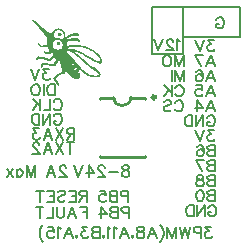
<source format=gbo>
G04 Layer: BottomSilkscreenLayer*
G04 EasyEDA v6.5.22, 2022-11-24 13:33:34*
G04 a569f08a9e4f4569b8c6db444d38c7d5,dbbd32702ee04327bcd14b3349a77860,10*
G04 Gerber Generator version 0.2*
G04 Scale: 100 percent, Rotated: No, Reflected: No *
G04 Dimensions in millimeters *
G04 leading zeros omitted , absolute positions ,4 integer and 5 decimal *
%FSLAX45Y45*%
%MOMM*%

%ADD10C,0.2032*%
%ADD11C,0.2540*%
%ADD12C,0.3000*%
%ADD13C,0.2000*%

%LPD*%
G36*
X253796Y-104952D02*
G01*
X251561Y-106121D01*
X252018Y-109423D01*
X255066Y-114604D01*
X260553Y-121310D01*
X310642Y-176530D01*
X344932Y-215442D01*
X357610Y-229463D01*
X440690Y-229463D01*
X441248Y-223469D01*
X442925Y-218592D01*
X445871Y-213614D01*
X448868Y-209905D01*
X452628Y-206146D01*
X456692Y-202844D01*
X460552Y-200355D01*
X466598Y-197764D01*
X472897Y-196291D01*
X479298Y-195834D01*
X485800Y-196443D01*
X492251Y-198120D01*
X498601Y-200812D01*
X504748Y-204520D01*
X510641Y-209245D01*
X514451Y-213360D01*
X517651Y-218084D01*
X520141Y-223266D01*
X521970Y-228752D01*
X523138Y-234442D01*
X523595Y-240131D01*
X523392Y-245719D01*
X522478Y-251104D01*
X520903Y-256133D01*
X518617Y-260604D01*
X515620Y-264464D01*
X511911Y-267563D01*
X508304Y-269494D01*
X504342Y-269951D01*
X498551Y-268833D01*
X481431Y-263753D01*
X474116Y-262280D01*
X467563Y-261670D01*
X456590Y-262178D01*
X452323Y-261721D01*
X448919Y-260400D01*
X446176Y-258165D01*
X444144Y-254914D01*
X442620Y-250444D01*
X441604Y-244805D01*
X440943Y-237794D01*
X440690Y-229463D01*
X357610Y-229463D01*
X374345Y-247751D01*
X378866Y-253238D01*
X381660Y-257505D01*
X382981Y-261010D01*
X383184Y-264363D01*
X382422Y-268020D01*
X381101Y-272592D01*
X379679Y-278638D01*
X378510Y-286105D01*
X377698Y-294132D01*
X377444Y-301650D01*
X377444Y-318566D01*
X368381Y-321106D01*
X430377Y-321106D01*
X430631Y-315163D01*
X431546Y-309270D01*
X433070Y-303530D01*
X435101Y-298043D01*
X437692Y-292912D01*
X440842Y-288391D01*
X444449Y-284530D01*
X448513Y-281482D01*
X453135Y-279247D01*
X458520Y-277672D01*
X464413Y-276707D01*
X470611Y-276402D01*
X476910Y-276758D01*
X483108Y-277774D01*
X488950Y-279400D01*
X494233Y-281686D01*
X498957Y-284734D01*
X503072Y-288594D01*
X506526Y-293116D01*
X509270Y-298348D01*
X511301Y-304088D01*
X512622Y-310388D01*
X513130Y-317195D01*
X512876Y-324358D01*
X512114Y-330403D01*
X510946Y-335838D01*
X509371Y-340715D01*
X507339Y-344982D01*
X504855Y-348792D01*
X556361Y-348792D01*
X558342Y-345440D01*
X564896Y-342341D01*
X575665Y-339648D01*
X586130Y-338124D01*
X599033Y-336753D01*
X612749Y-335737D01*
X625602Y-335127D01*
X635965Y-334975D01*
X642112Y-335483D01*
X681482Y-342392D01*
X696417Y-345795D01*
X710082Y-349707D01*
X722934Y-354330D01*
X735431Y-359816D01*
X747979Y-366217D01*
X755497Y-370484D01*
X762762Y-374904D01*
X776579Y-384200D01*
X789330Y-393954D01*
X800760Y-404012D01*
X805992Y-409041D01*
X810818Y-414121D01*
X815238Y-419150D01*
X819251Y-424180D01*
X822858Y-429107D01*
X825957Y-433933D01*
X828598Y-438708D01*
X830783Y-443331D01*
X832408Y-447751D01*
X833526Y-452069D01*
X834034Y-456184D01*
X834034Y-460044D01*
X833729Y-461009D01*
X833119Y-461721D01*
X832154Y-462178D01*
X830834Y-462432D01*
X827125Y-462127D01*
X821994Y-460806D01*
X815492Y-458520D01*
X807567Y-455269D01*
X798322Y-451002D01*
X787654Y-445770D01*
X762203Y-432308D01*
X731367Y-414985D01*
X682498Y-386638D01*
X670102Y-380136D01*
X657860Y-374294D01*
X645922Y-369163D01*
X634288Y-364794D01*
X623062Y-361137D01*
X612292Y-358292D01*
X601980Y-356209D01*
X592277Y-354939D01*
X574954Y-354279D01*
X567690Y-353771D01*
X562203Y-353060D01*
X559206Y-352196D01*
X556361Y-348792D01*
X504855Y-348792D01*
X502005Y-351942D01*
X498601Y-354584D01*
X494792Y-356768D01*
X490423Y-358394D01*
X485546Y-359562D01*
X480161Y-360273D01*
X474268Y-360476D01*
X467817Y-360222D01*
X461924Y-359410D01*
X456539Y-358038D01*
X451662Y-356108D01*
X447192Y-353517D01*
X443128Y-350367D01*
X439420Y-346506D01*
X436016Y-342036D01*
X433527Y-337464D01*
X431800Y-332333D01*
X430733Y-326847D01*
X430377Y-321106D01*
X368381Y-321106D01*
X354787Y-324764D01*
X348183Y-326136D01*
X342595Y-326694D01*
X337870Y-326491D01*
X333705Y-325424D01*
X329844Y-323443D01*
X326034Y-320548D01*
X315061Y-310540D01*
X309422Y-307187D01*
X305663Y-306933D01*
X304292Y-309880D01*
X306679Y-316382D01*
X312267Y-325577D01*
X319024Y-334314D01*
X324764Y-339547D01*
X328168Y-340461D01*
X333756Y-341071D01*
X340969Y-341274D01*
X349097Y-341223D01*
X357581Y-340868D01*
X365760Y-340207D01*
X373024Y-339293D01*
X378663Y-338175D01*
X381355Y-337921D01*
X383641Y-339090D01*
X385826Y-341934D01*
X390753Y-351434D01*
X394106Y-356514D01*
X397865Y-361442D01*
X401675Y-365658D01*
X410413Y-374396D01*
X393046Y-377596D01*
X548487Y-377596D01*
X549097Y-376021D01*
X550367Y-374396D01*
X553415Y-371297D01*
X555955Y-370128D01*
X559460Y-370890D01*
X588822Y-384352D01*
X596595Y-388620D01*
X605485Y-394055D01*
X615238Y-400507D01*
X625551Y-407720D01*
X646938Y-423824D01*
X657453Y-432358D01*
X667562Y-440893D01*
X676960Y-449326D01*
X686409Y-458266D01*
X701852Y-472389D01*
X722782Y-490372D01*
X733196Y-498906D01*
X753719Y-514705D01*
X763727Y-521919D01*
X773430Y-528574D01*
X790752Y-539851D01*
X797712Y-544677D01*
X803605Y-549148D01*
X808532Y-553313D01*
X812444Y-557174D01*
X815390Y-560781D01*
X817321Y-564134D01*
X818337Y-567182D01*
X818388Y-570077D01*
X817524Y-572719D01*
X815695Y-575208D01*
X813003Y-577494D01*
X810056Y-579018D01*
X806196Y-580136D01*
X801573Y-580898D01*
X796290Y-581304D01*
X790498Y-581355D01*
X784199Y-581050D01*
X777646Y-580390D01*
X770890Y-579424D01*
X764032Y-578154D01*
X757224Y-576529D01*
X750620Y-574598D01*
X744220Y-572414D01*
X740714Y-570687D01*
X727710Y-563067D01*
X715975Y-555599D01*
X707796Y-549503D01*
X698957Y-542137D01*
X689711Y-533704D01*
X680110Y-524256D01*
X670356Y-514045D01*
X660552Y-503174D01*
X635508Y-473049D01*
X618591Y-453847D01*
X598830Y-432612D01*
X576732Y-409854D01*
X563016Y-396087D01*
X552856Y-385368D01*
X550113Y-381965D01*
X548741Y-379476D01*
X548487Y-377596D01*
X393046Y-377596D01*
X378409Y-381304D01*
X374954Y-381050D01*
X371703Y-379018D01*
X364490Y-371856D01*
X361594Y-369417D01*
X359156Y-367741D01*
X357479Y-367131D01*
X355295Y-368909D01*
X354888Y-373329D01*
X356108Y-379069D01*
X358902Y-384810D01*
X362356Y-389636D01*
X365861Y-393192D01*
X369773Y-395579D01*
X374446Y-396900D01*
X380187Y-397154D01*
X387400Y-396443D01*
X396443Y-394766D01*
X419557Y-389483D01*
X426364Y-388467D01*
X429920Y-389128D01*
X432206Y-391464D01*
X433882Y-394004D01*
X434797Y-396443D01*
X434848Y-398881D01*
X433882Y-401675D01*
X431850Y-405028D01*
X428599Y-409143D01*
X424027Y-414324D01*
X400558Y-438962D01*
X356565Y-427329D01*
X337820Y-422656D01*
X324104Y-419658D01*
X314401Y-418287D01*
X310692Y-418185D01*
X307644Y-418388D01*
X305104Y-418896D01*
X302869Y-419760D01*
X300888Y-420878D01*
X297434Y-423672D01*
X293928Y-427532D01*
X290576Y-432003D01*
X287578Y-436727D01*
X285191Y-441350D01*
X283616Y-445516D01*
X283006Y-448767D01*
X283667Y-450850D01*
X287324Y-451561D01*
X292811Y-449427D01*
X298754Y-445262D01*
X305562Y-437997D01*
X307898Y-436524D01*
X310540Y-435559D01*
X313131Y-435203D01*
X319430Y-435965D01*
X329031Y-437896D01*
X339852Y-440588D01*
X378053Y-452272D01*
X392023Y-455726D01*
X397256Y-456641D01*
X401167Y-457047D01*
X403707Y-456895D01*
X407212Y-455117D01*
X412394Y-451358D01*
X418541Y-446176D01*
X424992Y-440182D01*
X440283Y-424942D01*
X449173Y-434797D01*
X452628Y-438912D01*
X455472Y-442823D01*
X457403Y-446125D01*
X458114Y-448309D01*
X457301Y-451002D01*
X455168Y-455523D01*
X451967Y-461264D01*
X444246Y-473303D01*
X440994Y-477570D01*
X437743Y-480568D01*
X434085Y-482346D01*
X429615Y-483108D01*
X423824Y-483006D01*
X416204Y-482193D01*
X402844Y-480263D01*
X382625Y-478180D01*
X365810Y-476910D01*
X355092Y-476402D01*
X346710Y-476453D01*
X340309Y-477266D01*
X335635Y-478993D01*
X332384Y-481838D01*
X330200Y-485952D01*
X328777Y-491540D01*
X327812Y-498805D01*
X327202Y-506222D01*
X327355Y-510844D01*
X328472Y-513486D01*
X330555Y-514858D01*
X334365Y-514807D01*
X337972Y-512013D01*
X341020Y-506831D01*
X343204Y-499821D01*
X343712Y-496366D01*
X344220Y-495198D01*
X345338Y-494284D01*
X347268Y-493725D01*
X350418Y-493522D01*
X361391Y-493928D01*
X427939Y-499719D01*
X434340Y-500075D01*
X439572Y-500024D01*
X443890Y-499465D01*
X447548Y-498348D01*
X450697Y-496519D01*
X453643Y-493928D01*
X456539Y-490423D01*
X471932Y-466598D01*
X476046Y-460756D01*
X479145Y-456793D01*
X480872Y-455371D01*
X484073Y-456692D01*
X487476Y-460146D01*
X488250Y-461365D01*
X567994Y-461365D01*
X568350Y-457860D01*
X569722Y-453999D01*
X572719Y-450494D01*
X573430Y-449072D01*
X573887Y-447293D01*
X574344Y-443382D01*
X575157Y-441248D01*
X576376Y-439267D01*
X577850Y-437692D01*
X579780Y-436372D01*
X580948Y-436676D01*
X581507Y-438861D01*
X581609Y-443230D01*
X580390Y-449732D01*
X577342Y-456133D01*
X573278Y-461009D01*
X569163Y-462889D01*
X567994Y-461365D01*
X488250Y-461365D01*
X490474Y-464870D01*
X492353Y-470001D01*
X500430Y-500227D01*
X506374Y-525272D01*
X510895Y-543052D01*
X510082Y-548386D01*
X505612Y-551891D01*
X489458Y-557428D01*
X482193Y-560476D01*
X475030Y-564134D01*
X468122Y-568198D01*
X461467Y-572668D01*
X455320Y-577291D01*
X449783Y-582117D01*
X444957Y-586943D01*
X440943Y-591718D01*
X437946Y-596290D01*
X436067Y-600608D01*
X435406Y-604520D01*
X436016Y-607517D01*
X437692Y-611733D01*
X440334Y-616813D01*
X443738Y-622604D01*
X447751Y-628853D01*
X457047Y-641858D01*
X466851Y-654050D01*
X471627Y-659282D01*
X475996Y-663651D01*
X479907Y-666902D01*
X484632Y-670102D01*
X487832Y-671626D01*
X489610Y-671525D01*
X489915Y-669696D01*
X488746Y-666089D01*
X486054Y-660704D01*
X481838Y-653491D01*
X461721Y-621487D01*
X458825Y-616407D01*
X456793Y-612241D01*
X455676Y-608838D01*
X455269Y-605942D01*
X455676Y-603504D01*
X456742Y-601218D01*
X458520Y-598932D01*
X463804Y-593598D01*
X468426Y-589483D01*
X473862Y-585470D01*
X480009Y-581609D01*
X486765Y-577900D01*
X493979Y-574497D01*
X501548Y-571347D01*
X509371Y-568553D01*
X526186Y-563524D01*
X530809Y-560628D01*
X532130Y-556564D01*
X531012Y-550265D01*
X523240Y-519582D01*
X520852Y-509219D01*
X519531Y-502259D01*
X519277Y-498805D01*
X519531Y-498398D01*
X520039Y-498906D01*
X522069Y-503021D01*
X581202Y-503021D01*
X591413Y-491947D01*
X595477Y-487121D01*
X599084Y-482244D01*
X601827Y-477774D01*
X604824Y-470103D01*
X606653Y-468223D01*
X608533Y-468833D01*
X610362Y-471982D01*
X610260Y-476910D01*
X608076Y-483819D01*
X604570Y-490728D01*
X600557Y-495655D01*
X598627Y-496925D01*
X592582Y-499618D01*
X581202Y-503021D01*
X522069Y-503021D01*
X528929Y-519734D01*
X530809Y-523544D01*
X533704Y-528015D01*
X538646Y-536803D01*
X605891Y-536803D01*
X608076Y-533806D01*
X612952Y-528675D01*
X617118Y-523748D01*
X621080Y-517956D01*
X624484Y-511809D01*
X630123Y-498093D01*
X632510Y-495300D01*
X634034Y-497585D01*
X634542Y-505053D01*
X633933Y-510946D01*
X632206Y-516839D01*
X629513Y-522478D01*
X626059Y-527608D01*
X622046Y-532028D01*
X617677Y-535482D01*
X613105Y-537768D01*
X608482Y-538530D01*
X606094Y-538226D01*
X605891Y-536803D01*
X538646Y-536803D01*
X542391Y-543610D01*
X544169Y-546303D01*
X547928Y-551129D01*
X548589Y-552500D01*
X548843Y-553567D01*
X550113Y-555599D01*
X553466Y-559714D01*
X564591Y-571652D01*
X575716Y-582168D01*
X581253Y-586841D01*
X586740Y-591108D01*
X592226Y-595020D01*
X602894Y-601573D01*
X608126Y-604215D01*
X613156Y-606450D01*
X618134Y-608228D01*
X622858Y-609600D01*
X627481Y-610514D01*
X631850Y-610971D01*
X636016Y-611022D01*
X639978Y-610565D01*
X643636Y-609650D01*
X647039Y-608279D01*
X650138Y-606399D01*
X652932Y-604062D01*
X655421Y-601218D01*
X657402Y-597916D01*
X659079Y-593801D01*
X660400Y-589076D01*
X661365Y-583895D01*
X661924Y-578459D01*
X662127Y-572871D01*
X661822Y-567334D01*
X661111Y-562051D01*
X659333Y-552450D01*
X651713Y-561898D01*
X647954Y-566115D01*
X644398Y-569061D01*
X640994Y-570788D01*
X637590Y-571296D01*
X631037Y-571296D01*
X640181Y-561848D01*
X646836Y-554075D01*
X651357Y-546455D01*
X653897Y-538581D01*
X654710Y-530098D01*
X654710Y-521919D01*
X678789Y-545490D01*
X689965Y-555396D01*
X701040Y-564134D01*
X712165Y-571754D01*
X723341Y-578256D01*
X728980Y-581101D01*
X740410Y-585978D01*
X746252Y-588060D01*
X752144Y-589889D01*
X758139Y-591464D01*
X770382Y-593902D01*
X783082Y-595426D01*
X803656Y-596341D01*
X812292Y-595934D01*
X818134Y-594309D01*
X823569Y-591058D01*
X827887Y-587705D01*
X831189Y-584149D01*
X833526Y-580390D01*
X834898Y-576376D01*
X835304Y-572008D01*
X834745Y-567385D01*
X833221Y-562305D01*
X830783Y-556869D01*
X828751Y-553212D01*
X826414Y-549859D01*
X823569Y-546557D01*
X819912Y-543052D01*
X815187Y-539140D01*
X801522Y-529285D01*
X776528Y-512064D01*
X756869Y-497738D01*
X737717Y-482752D01*
X718058Y-466293D01*
X686206Y-438099D01*
X674776Y-428243D01*
X649122Y-407466D01*
X636320Y-397560D01*
X614222Y-381406D01*
X606298Y-376275D01*
X599795Y-372618D01*
X598068Y-371246D01*
X598220Y-370484D01*
X599998Y-370332D01*
X603351Y-370840D01*
X614121Y-373634D01*
X626567Y-377850D01*
X638810Y-382778D01*
X652272Y-388772D01*
X666038Y-395376D01*
X679246Y-402183D01*
X690981Y-408736D01*
X715416Y-423824D01*
X741934Y-439420D01*
X767283Y-453542D01*
X789686Y-465124D01*
X799185Y-469696D01*
X810717Y-474624D01*
X817778Y-477012D01*
X824077Y-478485D01*
X829665Y-478942D01*
X834542Y-478485D01*
X838758Y-477062D01*
X842416Y-474624D01*
X845464Y-471170D01*
X848055Y-466750D01*
X850087Y-461975D01*
X850696Y-457809D01*
X849934Y-452932D01*
X847801Y-445871D01*
X844448Y-437286D01*
X840079Y-428701D01*
X834694Y-420065D01*
X828192Y-411327D01*
X820623Y-402437D01*
X811936Y-393344D01*
X804418Y-386232D01*
X796645Y-379628D01*
X788568Y-373380D01*
X780135Y-367538D01*
X771245Y-362000D01*
X761746Y-356819D01*
X751636Y-351840D01*
X740816Y-347065D01*
X729234Y-342442D01*
X716737Y-337972D01*
X703275Y-333603D01*
X688746Y-329234D01*
X679704Y-327050D01*
X669137Y-325272D01*
X657453Y-323951D01*
X644855Y-323037D01*
X631748Y-322580D01*
X618337Y-322529D01*
X604926Y-322986D01*
X591870Y-323850D01*
X579374Y-325170D01*
X557326Y-328523D01*
X553872Y-328777D01*
X552297Y-328523D01*
X551992Y-326796D01*
X552297Y-317398D01*
X553567Y-304647D01*
X554482Y-299923D01*
X555904Y-296316D01*
X558241Y-293573D01*
X561695Y-291541D01*
X566674Y-289814D01*
X573532Y-288188D01*
X587654Y-285394D01*
X592124Y-284784D01*
X596544Y-284530D01*
X601421Y-284734D01*
X607314Y-285394D01*
X647039Y-292455D01*
X653999Y-293166D01*
X658368Y-292811D01*
X661212Y-291338D01*
X664311Y-286867D01*
X663752Y-281838D01*
X659638Y-276606D01*
X652221Y-271424D01*
X648614Y-269494D01*
X645261Y-268020D01*
X641858Y-266903D01*
X638048Y-266141D01*
X633476Y-265633D01*
X620725Y-265176D01*
X601726Y-265379D01*
X592480Y-265938D01*
X584047Y-266852D01*
X576478Y-268173D01*
X569772Y-269849D01*
X563829Y-271932D01*
X558698Y-274421D01*
X552704Y-278231D01*
X551281Y-278384D01*
X550011Y-277774D01*
X548843Y-276352D01*
X548335Y-274370D01*
X549046Y-272034D01*
X550875Y-269443D01*
X553720Y-266649D01*
X557580Y-263652D01*
X562254Y-260553D01*
X567791Y-257454D01*
X574040Y-254355D01*
X578205Y-252577D01*
X582320Y-251104D01*
X586536Y-249885D01*
X591261Y-248920D01*
X602843Y-247396D01*
X635101Y-245262D01*
X645109Y-244043D01*
X650748Y-242366D01*
X653694Y-239979D01*
X655624Y-235153D01*
X654405Y-230733D01*
X649986Y-226923D01*
X642620Y-223875D01*
X638149Y-222758D01*
X633476Y-221996D01*
X628599Y-221538D01*
X623468Y-221437D01*
X618236Y-221640D01*
X612800Y-222148D01*
X601675Y-224129D01*
X596036Y-225552D01*
X590346Y-227279D01*
X584657Y-229311D01*
X579018Y-231597D01*
X573379Y-234188D01*
X562457Y-240080D01*
X549402Y-248361D01*
X543306Y-251663D01*
X539292Y-253238D01*
X537565Y-252882D01*
X536549Y-246329D01*
X534568Y-228650D01*
X533552Y-223113D01*
X532231Y-218033D01*
X530555Y-213461D01*
X528574Y-209346D01*
X526288Y-205638D01*
X523595Y-202285D01*
X520547Y-199339D01*
X515823Y-195529D01*
X510946Y-192227D01*
X506069Y-189331D01*
X501091Y-186944D01*
X496112Y-185013D01*
X491134Y-183540D01*
X486105Y-182524D01*
X481126Y-181965D01*
X476199Y-181864D01*
X471271Y-182168D01*
X466445Y-182981D01*
X461721Y-184251D01*
X457098Y-185928D01*
X452577Y-188061D01*
X448157Y-190652D01*
X443941Y-193700D01*
X439877Y-197154D01*
X436016Y-201066D01*
X432308Y-205435D01*
X425145Y-215341D01*
X421589Y-219557D01*
X418541Y-222351D01*
X416509Y-223418D01*
X413715Y-222707D01*
X409346Y-220776D01*
X403758Y-217881D01*
X390601Y-210007D01*
X383844Y-205536D01*
X377545Y-201066D01*
X372059Y-196850D01*
X348894Y-177647D01*
X304952Y-140106D01*
X299262Y-134874D01*
X292252Y-129590D01*
X277114Y-119126D01*
X261620Y-109118D01*
X256387Y-106070D01*
G37*
G36*
X484987Y-216204D02*
G01*
X480720Y-217271D01*
X476300Y-219760D01*
X472389Y-224231D01*
X470865Y-229920D01*
X471627Y-235966D01*
X474878Y-241503D01*
X481228Y-245414D01*
X489204Y-246329D01*
X496874Y-244398D01*
X502513Y-239725D01*
X504799Y-233629D01*
X504190Y-227533D01*
X500938Y-222199D01*
X495300Y-218490D01*
X489661Y-216611D01*
G37*
G36*
X480720Y-295046D02*
G01*
X474218Y-295656D01*
X468528Y-297332D01*
X465175Y-299720D01*
X463499Y-304596D01*
X463346Y-310438D01*
X464616Y-316128D01*
X467207Y-320446D01*
X473456Y-323697D01*
X480974Y-323951D01*
X488035Y-321360D01*
X492759Y-316280D01*
X494385Y-309930D01*
X493674Y-303682D01*
X490982Y-298551D01*
X486613Y-295706D01*
G37*
D10*
X1507144Y-289565D02*
G01*
X1498053Y-285021D01*
X1484416Y-271383D01*
X1484416Y-366839D01*
X1449872Y-294111D02*
G01*
X1449872Y-289565D01*
X1445326Y-280474D01*
X1440781Y-275930D01*
X1431688Y-271383D01*
X1413507Y-271383D01*
X1404416Y-275930D01*
X1399872Y-280474D01*
X1395326Y-289565D01*
X1395326Y-298655D01*
X1399872Y-307746D01*
X1408963Y-321383D01*
X1454416Y-366839D01*
X1390782Y-366839D01*
X1360782Y-271383D02*
G01*
X1324416Y-366839D01*
X1288054Y-271383D02*
G01*
X1324416Y-366839D01*
X1811246Y-108971D02*
G01*
X1815790Y-99880D01*
X1824880Y-90789D01*
X1833973Y-86243D01*
X1852155Y-86243D01*
X1861245Y-90789D01*
X1870336Y-99880D01*
X1874880Y-108971D01*
X1879427Y-122605D01*
X1879427Y-145333D01*
X1874880Y-158970D01*
X1870336Y-168061D01*
X1861245Y-177152D01*
X1852155Y-181698D01*
X1833973Y-181698D01*
X1824880Y-177152D01*
X1815790Y-168061D01*
X1811246Y-158970D01*
X1811246Y-145333D01*
X1833973Y-145333D02*
G01*
X1811246Y-145333D01*
X1794304Y-280085D02*
G01*
X1744304Y-280085D01*
X1771576Y-316448D01*
X1757941Y-316448D01*
X1748848Y-320995D01*
X1744304Y-325541D01*
X1739757Y-339176D01*
X1739757Y-348267D01*
X1744304Y-361904D01*
X1753395Y-370994D01*
X1767032Y-375541D01*
X1780667Y-375541D01*
X1794304Y-370994D01*
X1798848Y-366448D01*
X1803394Y-357357D01*
X1709757Y-280085D02*
G01*
X1673395Y-375541D01*
X1637032Y-280085D02*
G01*
X1673395Y-375541D01*
X1767037Y-407090D02*
G01*
X1803400Y-502546D01*
X1767037Y-407090D02*
G01*
X1730672Y-502546D01*
X1789762Y-470728D02*
G01*
X1744309Y-470728D01*
X1637037Y-407090D02*
G01*
X1682490Y-502546D01*
X1700672Y-407090D02*
G01*
X1637037Y-407090D01*
X1537037Y-407090D02*
G01*
X1537037Y-502546D01*
X1537037Y-407090D02*
G01*
X1500672Y-502546D01*
X1464310Y-407090D02*
G01*
X1500672Y-502546D01*
X1464310Y-407090D02*
G01*
X1464310Y-502546D01*
X1407038Y-407090D02*
G01*
X1416128Y-411637D01*
X1425219Y-420728D01*
X1429763Y-429818D01*
X1434310Y-443453D01*
X1434310Y-466181D01*
X1429763Y-479818D01*
X1425219Y-488909D01*
X1416128Y-498000D01*
X1407038Y-502546D01*
X1388854Y-502546D01*
X1379763Y-498000D01*
X1370672Y-488909D01*
X1366128Y-479818D01*
X1361582Y-466181D01*
X1361582Y-443453D01*
X1366128Y-429818D01*
X1370672Y-420728D01*
X1379763Y-411637D01*
X1388854Y-407090D01*
X1407038Y-407090D01*
X1767037Y-534090D02*
G01*
X1803400Y-629546D01*
X1767037Y-534090D02*
G01*
X1730672Y-629546D01*
X1789762Y-597728D02*
G01*
X1744309Y-597728D01*
X1646128Y-547728D02*
G01*
X1650672Y-538637D01*
X1664309Y-534090D01*
X1673400Y-534090D01*
X1687037Y-538637D01*
X1696128Y-552272D01*
X1700672Y-575000D01*
X1700672Y-597728D01*
X1696128Y-615909D01*
X1687037Y-625000D01*
X1673400Y-629546D01*
X1668853Y-629546D01*
X1655218Y-625000D01*
X1646128Y-615909D01*
X1641581Y-602272D01*
X1641581Y-597728D01*
X1646128Y-584090D01*
X1655218Y-575000D01*
X1668853Y-570453D01*
X1673400Y-570453D01*
X1687037Y-575000D01*
X1696128Y-584090D01*
X1700672Y-597728D01*
X1541581Y-534090D02*
G01*
X1541581Y-629546D01*
X1541581Y-534090D02*
G01*
X1505219Y-629546D01*
X1468854Y-534090D02*
G01*
X1505219Y-629546D01*
X1468854Y-534090D02*
G01*
X1468854Y-629546D01*
X1438854Y-534090D02*
G01*
X1438854Y-629546D01*
X1767037Y-661090D02*
G01*
X1803400Y-756546D01*
X1767037Y-661090D02*
G01*
X1730672Y-756546D01*
X1789762Y-724728D02*
G01*
X1744309Y-724728D01*
X1646128Y-661090D02*
G01*
X1691581Y-661090D01*
X1696128Y-702000D01*
X1691581Y-697453D01*
X1677946Y-692909D01*
X1664309Y-692909D01*
X1650672Y-697453D01*
X1641581Y-706546D01*
X1637037Y-720181D01*
X1637037Y-729272D01*
X1641581Y-742909D01*
X1650672Y-752000D01*
X1664309Y-756546D01*
X1677946Y-756546D01*
X1691581Y-752000D01*
X1696128Y-747453D01*
X1700672Y-738362D01*
X1468854Y-683818D02*
G01*
X1473400Y-674728D01*
X1482491Y-665637D01*
X1491581Y-661090D01*
X1509763Y-661090D01*
X1518853Y-665637D01*
X1527947Y-674728D01*
X1532491Y-683818D01*
X1537037Y-697453D01*
X1537037Y-720181D01*
X1532491Y-733818D01*
X1527947Y-742909D01*
X1518853Y-752000D01*
X1509763Y-756546D01*
X1491581Y-756546D01*
X1482491Y-752000D01*
X1473400Y-742909D01*
X1468854Y-733818D01*
X1438854Y-661090D02*
G01*
X1438854Y-756546D01*
X1375219Y-661090D02*
G01*
X1438854Y-724728D01*
X1416128Y-702000D02*
G01*
X1375219Y-756546D01*
X1767037Y-788090D02*
G01*
X1803400Y-883546D01*
X1767037Y-788090D02*
G01*
X1730672Y-883546D01*
X1789762Y-851728D02*
G01*
X1744309Y-851728D01*
X1655218Y-788090D02*
G01*
X1700672Y-851728D01*
X1632491Y-851728D01*
X1655218Y-788090D02*
G01*
X1655218Y-883546D01*
X1464310Y-810818D02*
G01*
X1468854Y-801728D01*
X1477947Y-792637D01*
X1487037Y-788090D01*
X1505219Y-788090D01*
X1514309Y-792637D01*
X1523400Y-801728D01*
X1527947Y-810818D01*
X1532491Y-824453D01*
X1532491Y-847181D01*
X1527947Y-860818D01*
X1523400Y-869909D01*
X1514309Y-879000D01*
X1505219Y-883546D01*
X1487037Y-883546D01*
X1477947Y-879000D01*
X1468854Y-869909D01*
X1464310Y-860818D01*
X1370672Y-801728D02*
G01*
X1379763Y-792637D01*
X1393400Y-788090D01*
X1411582Y-788090D01*
X1425219Y-792637D01*
X1434310Y-801728D01*
X1434310Y-810818D01*
X1429763Y-819909D01*
X1425219Y-824453D01*
X1416128Y-829000D01*
X1388854Y-838090D01*
X1379763Y-842637D01*
X1375219Y-847181D01*
X1370672Y-856272D01*
X1370672Y-869909D01*
X1379763Y-879000D01*
X1393400Y-883546D01*
X1411582Y-883546D01*
X1425219Y-879000D01*
X1434310Y-869909D01*
X1735218Y-937813D02*
G01*
X1739762Y-928723D01*
X1748853Y-919632D01*
X1757946Y-915085D01*
X1776128Y-915085D01*
X1785218Y-919632D01*
X1794309Y-928723D01*
X1798853Y-937813D01*
X1803400Y-951448D01*
X1803400Y-974176D01*
X1798853Y-987813D01*
X1794309Y-996904D01*
X1785218Y-1005994D01*
X1776128Y-1010541D01*
X1757946Y-1010541D01*
X1748853Y-1005994D01*
X1739762Y-996904D01*
X1735218Y-987813D01*
X1735218Y-974176D01*
X1757946Y-974176D02*
G01*
X1735218Y-974176D01*
X1705218Y-915085D02*
G01*
X1705218Y-1010541D01*
X1705218Y-915085D02*
G01*
X1641581Y-1010541D01*
X1641581Y-915085D02*
G01*
X1641581Y-1010541D01*
X1611581Y-915085D02*
G01*
X1611581Y-1010541D01*
X1611581Y-915085D02*
G01*
X1579763Y-915085D01*
X1566128Y-919632D01*
X1557035Y-928723D01*
X1552491Y-937813D01*
X1547944Y-951448D01*
X1547944Y-974176D01*
X1552491Y-987813D01*
X1557035Y-996904D01*
X1566128Y-1005994D01*
X1579763Y-1010541D01*
X1611581Y-1010541D01*
X1747918Y-1699808D02*
G01*
X1752462Y-1690717D01*
X1761553Y-1681627D01*
X1770646Y-1677080D01*
X1788828Y-1677080D01*
X1797918Y-1681627D01*
X1807009Y-1690717D01*
X1811553Y-1699808D01*
X1816100Y-1713443D01*
X1816100Y-1736171D01*
X1811553Y-1749808D01*
X1807009Y-1758899D01*
X1797918Y-1767989D01*
X1788828Y-1772536D01*
X1770646Y-1772536D01*
X1761553Y-1767989D01*
X1752462Y-1758899D01*
X1747918Y-1749808D01*
X1747918Y-1736171D01*
X1770646Y-1736171D02*
G01*
X1747918Y-1736171D01*
X1717918Y-1677080D02*
G01*
X1717918Y-1772536D01*
X1717918Y-1677080D02*
G01*
X1654281Y-1772536D01*
X1654281Y-1677080D02*
G01*
X1654281Y-1772536D01*
X1624281Y-1677080D02*
G01*
X1624281Y-1772536D01*
X1624281Y-1677080D02*
G01*
X1592463Y-1677080D01*
X1578828Y-1681627D01*
X1569735Y-1690717D01*
X1565191Y-1699808D01*
X1560644Y-1713443D01*
X1560644Y-1736171D01*
X1565191Y-1749808D01*
X1569735Y-1758899D01*
X1578828Y-1767989D01*
X1592463Y-1772536D01*
X1624281Y-1772536D01*
X1803400Y-1550090D02*
G01*
X1803400Y-1645546D01*
X1803400Y-1550090D02*
G01*
X1762490Y-1550090D01*
X1748853Y-1554637D01*
X1744309Y-1559181D01*
X1739762Y-1568272D01*
X1739762Y-1577362D01*
X1744309Y-1586453D01*
X1748853Y-1591000D01*
X1762490Y-1595546D01*
X1803400Y-1595546D02*
G01*
X1762490Y-1595546D01*
X1748853Y-1600090D01*
X1744309Y-1604637D01*
X1739762Y-1613728D01*
X1739762Y-1627362D01*
X1744309Y-1636453D01*
X1748853Y-1641000D01*
X1762490Y-1645546D01*
X1803400Y-1645546D01*
X1682490Y-1550090D02*
G01*
X1696128Y-1554637D01*
X1705218Y-1568272D01*
X1709762Y-1591000D01*
X1709762Y-1604637D01*
X1705218Y-1627362D01*
X1696128Y-1641000D01*
X1682490Y-1645546D01*
X1673400Y-1645546D01*
X1659762Y-1641000D01*
X1650672Y-1627362D01*
X1646128Y-1604637D01*
X1646128Y-1591000D01*
X1650672Y-1568272D01*
X1659762Y-1554637D01*
X1673400Y-1550090D01*
X1682490Y-1550090D01*
X1803400Y-1423090D02*
G01*
X1803400Y-1518546D01*
X1803400Y-1423090D02*
G01*
X1762490Y-1423090D01*
X1748853Y-1427637D01*
X1744309Y-1432181D01*
X1739762Y-1441272D01*
X1739762Y-1450362D01*
X1744309Y-1459453D01*
X1748853Y-1464000D01*
X1762490Y-1468546D01*
X1803400Y-1468546D02*
G01*
X1762490Y-1468546D01*
X1748853Y-1473090D01*
X1744309Y-1477637D01*
X1739762Y-1486728D01*
X1739762Y-1500362D01*
X1744309Y-1509453D01*
X1748853Y-1514000D01*
X1762490Y-1518546D01*
X1803400Y-1518546D01*
X1687037Y-1423090D02*
G01*
X1700672Y-1427637D01*
X1705218Y-1436728D01*
X1705218Y-1445818D01*
X1700672Y-1454909D01*
X1691581Y-1459453D01*
X1673400Y-1464000D01*
X1659762Y-1468546D01*
X1650672Y-1477637D01*
X1646128Y-1486728D01*
X1646128Y-1500362D01*
X1650672Y-1509453D01*
X1655218Y-1514000D01*
X1668853Y-1518546D01*
X1687037Y-1518546D01*
X1700672Y-1514000D01*
X1705218Y-1509453D01*
X1709762Y-1500362D01*
X1709762Y-1486728D01*
X1705218Y-1477637D01*
X1696128Y-1468546D01*
X1682490Y-1464000D01*
X1664309Y-1459453D01*
X1655218Y-1454909D01*
X1650672Y-1445818D01*
X1650672Y-1436728D01*
X1655218Y-1427637D01*
X1668853Y-1423090D01*
X1687037Y-1423090D01*
X1803400Y-1296090D02*
G01*
X1803400Y-1391546D01*
X1803400Y-1296090D02*
G01*
X1762490Y-1296090D01*
X1748853Y-1300637D01*
X1744309Y-1305181D01*
X1739762Y-1314272D01*
X1739762Y-1323362D01*
X1744309Y-1332453D01*
X1748853Y-1337000D01*
X1762490Y-1341546D01*
X1803400Y-1341546D02*
G01*
X1762490Y-1341546D01*
X1748853Y-1346090D01*
X1744309Y-1350637D01*
X1739762Y-1359728D01*
X1739762Y-1373362D01*
X1744309Y-1382453D01*
X1748853Y-1387000D01*
X1762490Y-1391546D01*
X1803400Y-1391546D01*
X1646128Y-1296090D02*
G01*
X1691581Y-1391546D01*
X1709762Y-1296090D02*
G01*
X1646128Y-1296090D01*
X1803400Y-1169090D02*
G01*
X1803400Y-1264546D01*
X1803400Y-1169090D02*
G01*
X1762490Y-1169090D01*
X1748853Y-1173637D01*
X1744309Y-1178181D01*
X1739762Y-1187272D01*
X1739762Y-1196362D01*
X1744309Y-1205453D01*
X1748853Y-1210000D01*
X1762490Y-1214546D01*
X1803400Y-1214546D02*
G01*
X1762490Y-1214546D01*
X1748853Y-1219090D01*
X1744309Y-1223637D01*
X1739762Y-1232728D01*
X1739762Y-1246362D01*
X1744309Y-1255453D01*
X1748853Y-1260000D01*
X1762490Y-1264546D01*
X1803400Y-1264546D01*
X1655218Y-1182728D02*
G01*
X1659762Y-1173637D01*
X1673400Y-1169090D01*
X1682490Y-1169090D01*
X1696128Y-1173637D01*
X1705218Y-1187272D01*
X1709762Y-1210000D01*
X1709762Y-1232728D01*
X1705218Y-1250909D01*
X1696128Y-1260000D01*
X1682490Y-1264546D01*
X1677946Y-1264546D01*
X1664309Y-1260000D01*
X1655218Y-1250909D01*
X1650672Y-1237272D01*
X1650672Y-1232728D01*
X1655218Y-1219090D01*
X1664309Y-1210000D01*
X1677946Y-1205453D01*
X1682490Y-1205453D01*
X1696128Y-1210000D01*
X1705218Y-1219090D01*
X1709762Y-1232728D01*
X1794289Y-1042080D02*
G01*
X1744289Y-1042080D01*
X1771561Y-1078443D01*
X1757926Y-1078443D01*
X1748833Y-1082989D01*
X1744289Y-1087536D01*
X1739742Y-1101171D01*
X1739742Y-1110261D01*
X1744289Y-1123899D01*
X1753379Y-1132989D01*
X1767017Y-1137536D01*
X1780651Y-1137536D01*
X1794289Y-1132989D01*
X1798833Y-1128443D01*
X1803379Y-1119352D01*
X1709742Y-1042080D02*
G01*
X1673379Y-1137536D01*
X1637017Y-1042080D02*
G01*
X1673379Y-1137536D01*
X579559Y-1146484D02*
G01*
X579559Y-1241940D01*
X611378Y-1146484D02*
G01*
X547740Y-1146484D01*
X517740Y-1146484D02*
G01*
X454106Y-1241940D01*
X454106Y-1146484D02*
G01*
X517740Y-1241940D01*
X387741Y-1146484D02*
G01*
X424106Y-1241940D01*
X387741Y-1146484D02*
G01*
X351378Y-1241940D01*
X410469Y-1210122D02*
G01*
X365015Y-1210122D01*
X316831Y-1169212D02*
G01*
X316831Y-1164666D01*
X312287Y-1155575D01*
X307741Y-1151031D01*
X298650Y-1146484D01*
X280469Y-1146484D01*
X271378Y-1151031D01*
X266832Y-1155575D01*
X262288Y-1164666D01*
X262288Y-1173756D01*
X266832Y-1182847D01*
X275925Y-1196484D01*
X321378Y-1241940D01*
X257741Y-1241940D01*
X612139Y-1027104D02*
G01*
X612139Y-1122560D01*
X612139Y-1027104D02*
G01*
X571230Y-1027104D01*
X557593Y-1031651D01*
X553049Y-1036195D01*
X548502Y-1045286D01*
X548502Y-1054376D01*
X553049Y-1063467D01*
X557593Y-1068014D01*
X571230Y-1072560D01*
X612139Y-1072560D01*
X580321Y-1072560D02*
G01*
X548502Y-1122560D01*
X518502Y-1027104D02*
G01*
X454868Y-1122560D01*
X454868Y-1027104D02*
G01*
X518502Y-1122560D01*
X388503Y-1027104D02*
G01*
X424868Y-1122560D01*
X388503Y-1027104D02*
G01*
X352140Y-1122560D01*
X411231Y-1090742D02*
G01*
X365777Y-1090742D01*
X313049Y-1027104D02*
G01*
X263050Y-1027104D01*
X290321Y-1063467D01*
X276687Y-1063467D01*
X267594Y-1068014D01*
X263050Y-1072560D01*
X258503Y-1086195D01*
X258503Y-1095286D01*
X263050Y-1108923D01*
X272140Y-1118014D01*
X285777Y-1122560D01*
X299412Y-1122560D01*
X313049Y-1118014D01*
X317593Y-1113467D01*
X322140Y-1104376D01*
X438203Y-925591D02*
G01*
X442747Y-916500D01*
X451838Y-907409D01*
X460931Y-902863D01*
X479112Y-902863D01*
X488203Y-907409D01*
X497293Y-916500D01*
X501837Y-925591D01*
X506384Y-939225D01*
X506384Y-961953D01*
X501837Y-975591D01*
X497293Y-984681D01*
X488203Y-993772D01*
X479112Y-998319D01*
X460931Y-998319D01*
X451838Y-993772D01*
X442747Y-984681D01*
X438203Y-975591D01*
X438203Y-961953D01*
X460931Y-961953D02*
G01*
X438203Y-961953D01*
X408203Y-902863D02*
G01*
X408203Y-998319D01*
X408203Y-902863D02*
G01*
X344566Y-998319D01*
X344566Y-902863D02*
G01*
X344566Y-998319D01*
X314566Y-902863D02*
G01*
X314566Y-998319D01*
X314566Y-902863D02*
G01*
X282747Y-902863D01*
X269112Y-907409D01*
X260019Y-916500D01*
X255475Y-925591D01*
X250929Y-939225D01*
X250929Y-961953D01*
X255475Y-975591D01*
X260019Y-984681D01*
X269112Y-993772D01*
X282747Y-998319D01*
X314566Y-998319D01*
X437202Y-801496D02*
G01*
X441746Y-792406D01*
X450837Y-783315D01*
X459930Y-778769D01*
X478111Y-778769D01*
X487202Y-783315D01*
X496293Y-792406D01*
X500837Y-801496D01*
X505383Y-815131D01*
X505383Y-837859D01*
X500837Y-851496D01*
X496293Y-860587D01*
X487202Y-869678D01*
X478111Y-874224D01*
X459930Y-874224D01*
X450837Y-869678D01*
X441746Y-860587D01*
X437202Y-851496D01*
X407202Y-778769D02*
G01*
X407202Y-874224D01*
X407202Y-874224D02*
G01*
X352656Y-874224D01*
X322656Y-778769D02*
G01*
X322656Y-874224D01*
X259019Y-778769D02*
G01*
X322656Y-842406D01*
X299928Y-819678D02*
G01*
X259019Y-874224D01*
X445338Y-652673D02*
G01*
X445338Y-748129D01*
X445338Y-652673D02*
G01*
X413519Y-652673D01*
X399884Y-657219D01*
X390791Y-666310D01*
X386247Y-675401D01*
X381701Y-689035D01*
X381701Y-711763D01*
X386247Y-725401D01*
X390791Y-734491D01*
X399884Y-743582D01*
X413519Y-748129D01*
X445338Y-748129D01*
X351701Y-652673D02*
G01*
X351701Y-748129D01*
X294429Y-652673D02*
G01*
X303519Y-657219D01*
X312610Y-666310D01*
X317157Y-675401D01*
X321701Y-689035D01*
X321701Y-711763D01*
X317157Y-725401D01*
X312610Y-734491D01*
X303519Y-743582D01*
X294429Y-748129D01*
X276247Y-748129D01*
X267157Y-743582D01*
X258066Y-734491D01*
X253519Y-725401D01*
X248973Y-711763D01*
X248973Y-689035D01*
X253519Y-675401D01*
X258066Y-666310D01*
X267157Y-657219D01*
X276247Y-652673D01*
X294429Y-652673D01*
X399219Y-522574D02*
G01*
X349219Y-522574D01*
X376491Y-558937D01*
X362856Y-558937D01*
X353763Y-563483D01*
X349219Y-568030D01*
X344672Y-581665D01*
X344672Y-590755D01*
X349219Y-604393D01*
X358310Y-613483D01*
X371947Y-618030D01*
X385582Y-618030D01*
X399219Y-613483D01*
X403763Y-608937D01*
X408310Y-599846D01*
X314672Y-522574D02*
G01*
X278310Y-618030D01*
X241947Y-522574D02*
G01*
X278310Y-618030D01*
X1772262Y-1861596D02*
G01*
X1722262Y-1861596D01*
X1749534Y-1897959D01*
X1735899Y-1897959D01*
X1726806Y-1902505D01*
X1722262Y-1907052D01*
X1717715Y-1920687D01*
X1717715Y-1929777D01*
X1722262Y-1943414D01*
X1731352Y-1952505D01*
X1744990Y-1957052D01*
X1758624Y-1957052D01*
X1772262Y-1952505D01*
X1776806Y-1947959D01*
X1781352Y-1938868D01*
X1687715Y-1861596D02*
G01*
X1687715Y-1957052D01*
X1687715Y-1861596D02*
G01*
X1646806Y-1861596D01*
X1633171Y-1866143D01*
X1628625Y-1870687D01*
X1624081Y-1879777D01*
X1624081Y-1893415D01*
X1628625Y-1902505D01*
X1633171Y-1907052D01*
X1646806Y-1911596D01*
X1687715Y-1911596D01*
X1594081Y-1861596D02*
G01*
X1571353Y-1957052D01*
X1548625Y-1861596D02*
G01*
X1571353Y-1957052D01*
X1548625Y-1861596D02*
G01*
X1525899Y-1957052D01*
X1503171Y-1861596D02*
G01*
X1525899Y-1957052D01*
X1473172Y-1861596D02*
G01*
X1473172Y-1957052D01*
X1473172Y-1861596D02*
G01*
X1436806Y-1957052D01*
X1400444Y-1861596D02*
G01*
X1436806Y-1957052D01*
X1400444Y-1861596D02*
G01*
X1400444Y-1957052D01*
X1338625Y-1843415D02*
G01*
X1347716Y-1852505D01*
X1356807Y-1866143D01*
X1365900Y-1884324D01*
X1370444Y-1907052D01*
X1370444Y-1925233D01*
X1365900Y-1947959D01*
X1356807Y-1966142D01*
X1347716Y-1979777D01*
X1338625Y-1988868D01*
X1272263Y-1861596D02*
G01*
X1308625Y-1957052D01*
X1272263Y-1861596D02*
G01*
X1235900Y-1957052D01*
X1294991Y-1925233D02*
G01*
X1249535Y-1925233D01*
X1183172Y-1861596D02*
G01*
X1196807Y-1866143D01*
X1201353Y-1875233D01*
X1201353Y-1884324D01*
X1196807Y-1893415D01*
X1187716Y-1897959D01*
X1169535Y-1902505D01*
X1155900Y-1907052D01*
X1146807Y-1916142D01*
X1142263Y-1925233D01*
X1142263Y-1938868D01*
X1146807Y-1947959D01*
X1151354Y-1952505D01*
X1164991Y-1957052D01*
X1183172Y-1957052D01*
X1196807Y-1952505D01*
X1201353Y-1947959D01*
X1205900Y-1938868D01*
X1205900Y-1925233D01*
X1201353Y-1916142D01*
X1192263Y-1907052D01*
X1178626Y-1902505D01*
X1160444Y-1897959D01*
X1151354Y-1893415D01*
X1146807Y-1884324D01*
X1146807Y-1875233D01*
X1151354Y-1866143D01*
X1164991Y-1861596D01*
X1183172Y-1861596D01*
X1103172Y-1938868D02*
G01*
X1107716Y-1943414D01*
X1112263Y-1938868D01*
X1107716Y-1934324D01*
X1103172Y-1938868D01*
X1103172Y-1947959D01*
X1112263Y-1957052D01*
X1036807Y-1861596D02*
G01*
X1073172Y-1957052D01*
X1036807Y-1861596D02*
G01*
X1000445Y-1957052D01*
X1059535Y-1925233D02*
G01*
X1014082Y-1925233D01*
X970445Y-1879777D02*
G01*
X961354Y-1875233D01*
X947717Y-1861596D01*
X947717Y-1957052D01*
X917717Y-1879777D02*
G01*
X908626Y-1875233D01*
X894991Y-1861596D01*
X894991Y-1957052D01*
X855901Y-1938868D02*
G01*
X860445Y-1943414D01*
X864991Y-1938868D01*
X860445Y-1934324D01*
X855901Y-1938868D01*
X855901Y-1947959D01*
X864991Y-1957052D01*
X825901Y-1861596D02*
G01*
X825901Y-1957052D01*
X825901Y-1861596D02*
G01*
X784992Y-1861596D01*
X771354Y-1866143D01*
X766808Y-1870687D01*
X762264Y-1879777D01*
X762264Y-1888868D01*
X766808Y-1897959D01*
X771354Y-1902505D01*
X784992Y-1907052D01*
X825901Y-1907052D02*
G01*
X784992Y-1907052D01*
X771354Y-1911596D01*
X766808Y-1916142D01*
X762264Y-1925233D01*
X762264Y-1938868D01*
X766808Y-1947959D01*
X771354Y-1952505D01*
X784992Y-1957052D01*
X825901Y-1957052D01*
X723173Y-1861596D02*
G01*
X673173Y-1861596D01*
X700445Y-1897959D01*
X686808Y-1897959D01*
X677717Y-1902505D01*
X673173Y-1907052D01*
X668627Y-1920687D01*
X668627Y-1929777D01*
X673173Y-1943414D01*
X682264Y-1952505D01*
X695901Y-1957052D01*
X709536Y-1957052D01*
X723173Y-1952505D01*
X727717Y-1947959D01*
X732264Y-1938868D01*
X629536Y-1938868D02*
G01*
X634083Y-1943414D01*
X638627Y-1938868D01*
X634083Y-1934324D01*
X629536Y-1938868D01*
X629536Y-1947959D01*
X638627Y-1957052D01*
X563173Y-1861596D02*
G01*
X599536Y-1957052D01*
X563173Y-1861596D02*
G01*
X526808Y-1957052D01*
X585901Y-1925233D02*
G01*
X540445Y-1925233D01*
X496808Y-1879777D02*
G01*
X487718Y-1875233D01*
X474083Y-1861596D01*
X474083Y-1957052D01*
X389536Y-1861596D02*
G01*
X434992Y-1861596D01*
X439536Y-1902505D01*
X434992Y-1897959D01*
X421355Y-1893415D01*
X407718Y-1893415D01*
X394083Y-1897959D01*
X384992Y-1907052D01*
X380446Y-1920687D01*
X380446Y-1929777D01*
X384992Y-1943414D01*
X394083Y-1952505D01*
X407718Y-1957052D01*
X421355Y-1957052D01*
X434992Y-1952505D01*
X439536Y-1947959D01*
X444083Y-1938868D01*
X350446Y-1843415D02*
G01*
X341355Y-1852505D01*
X332265Y-1866143D01*
X323174Y-1884324D01*
X318627Y-1907052D01*
X318627Y-1925233D01*
X323174Y-1947959D01*
X332265Y-1966142D01*
X341355Y-1979777D01*
X350446Y-1988868D01*
X1069812Y-1554358D02*
G01*
X1069812Y-1649813D01*
X1069812Y-1554358D02*
G01*
X1028903Y-1554358D01*
X1015265Y-1558904D01*
X1010721Y-1563448D01*
X1006175Y-1572539D01*
X1006175Y-1586176D01*
X1010721Y-1595267D01*
X1015265Y-1599813D01*
X1028903Y-1604357D01*
X1069812Y-1604357D01*
X976175Y-1554358D02*
G01*
X976175Y-1649813D01*
X976175Y-1554358D02*
G01*
X935266Y-1554358D01*
X921631Y-1558904D01*
X917084Y-1563448D01*
X912540Y-1572539D01*
X912540Y-1581630D01*
X917084Y-1590720D01*
X921631Y-1595267D01*
X935266Y-1599813D01*
X976175Y-1599813D02*
G01*
X935266Y-1599813D01*
X921631Y-1604357D01*
X917084Y-1608904D01*
X912540Y-1617995D01*
X912540Y-1631629D01*
X917084Y-1640720D01*
X921631Y-1645267D01*
X935266Y-1649813D01*
X976175Y-1649813D01*
X827994Y-1554358D02*
G01*
X873447Y-1554358D01*
X877994Y-1595267D01*
X873447Y-1590720D01*
X859812Y-1586176D01*
X846175Y-1586176D01*
X832540Y-1590720D01*
X823447Y-1599813D01*
X818903Y-1613448D01*
X818903Y-1622539D01*
X823447Y-1636176D01*
X832540Y-1645267D01*
X846175Y-1649813D01*
X859812Y-1649813D01*
X873447Y-1645267D01*
X877994Y-1640720D01*
X882540Y-1631629D01*
X718903Y-1554358D02*
G01*
X718903Y-1649813D01*
X718903Y-1554358D02*
G01*
X677994Y-1554358D01*
X664357Y-1558904D01*
X659813Y-1563448D01*
X655266Y-1572539D01*
X655266Y-1581630D01*
X659813Y-1590720D01*
X664357Y-1595267D01*
X677994Y-1599813D01*
X718903Y-1599813D01*
X687085Y-1599813D02*
G01*
X655266Y-1649813D01*
X625266Y-1554358D02*
G01*
X625266Y-1649813D01*
X625266Y-1554358D02*
G01*
X566176Y-1554358D01*
X625266Y-1599813D02*
G01*
X588904Y-1599813D01*
X625266Y-1649813D02*
G01*
X566176Y-1649813D01*
X472539Y-1567995D02*
G01*
X481629Y-1558904D01*
X495266Y-1554358D01*
X513448Y-1554358D01*
X527085Y-1558904D01*
X536176Y-1567995D01*
X536176Y-1577086D01*
X531629Y-1586176D01*
X527085Y-1590720D01*
X517994Y-1595267D01*
X490720Y-1604357D01*
X481629Y-1608904D01*
X477085Y-1613448D01*
X472539Y-1622539D01*
X472539Y-1636176D01*
X481629Y-1645267D01*
X495266Y-1649813D01*
X513448Y-1649813D01*
X527085Y-1645267D01*
X536176Y-1636176D01*
X442539Y-1554358D02*
G01*
X442539Y-1649813D01*
X442539Y-1554358D02*
G01*
X383448Y-1554358D01*
X442539Y-1599813D02*
G01*
X406176Y-1599813D01*
X442539Y-1649813D02*
G01*
X383448Y-1649813D01*
X321630Y-1554358D02*
G01*
X321630Y-1649813D01*
X353448Y-1554358D02*
G01*
X289811Y-1554358D01*
X1074816Y-1690461D02*
G01*
X1074816Y-1785917D01*
X1074816Y-1690461D02*
G01*
X1033906Y-1690461D01*
X1020269Y-1695008D01*
X1015725Y-1699552D01*
X1011179Y-1708642D01*
X1011179Y-1722280D01*
X1015725Y-1731370D01*
X1020269Y-1735917D01*
X1033906Y-1740461D01*
X1074816Y-1740461D01*
X981179Y-1690461D02*
G01*
X981179Y-1785917D01*
X981179Y-1690461D02*
G01*
X940269Y-1690461D01*
X926635Y-1695008D01*
X922088Y-1699552D01*
X917544Y-1708642D01*
X917544Y-1717733D01*
X922088Y-1726824D01*
X926635Y-1731370D01*
X940269Y-1735917D01*
X981179Y-1735917D02*
G01*
X940269Y-1735917D01*
X926635Y-1740461D01*
X922088Y-1745007D01*
X917544Y-1754098D01*
X917544Y-1767733D01*
X922088Y-1776823D01*
X926635Y-1781370D01*
X940269Y-1785917D01*
X981179Y-1785917D01*
X842088Y-1690461D02*
G01*
X887544Y-1754098D01*
X819360Y-1754098D01*
X842088Y-1690461D02*
G01*
X842088Y-1785917D01*
X719361Y-1690461D02*
G01*
X719361Y-1785917D01*
X719361Y-1690461D02*
G01*
X660270Y-1690461D01*
X719361Y-1735917D02*
G01*
X682998Y-1735917D01*
X593907Y-1690461D02*
G01*
X630270Y-1785917D01*
X593907Y-1690461D02*
G01*
X557542Y-1785917D01*
X616633Y-1754098D02*
G01*
X571179Y-1754098D01*
X527542Y-1690461D02*
G01*
X527542Y-1758642D01*
X522998Y-1772279D01*
X513908Y-1781370D01*
X500270Y-1785917D01*
X491180Y-1785917D01*
X477542Y-1781370D01*
X468452Y-1772279D01*
X463908Y-1758642D01*
X463908Y-1690461D01*
X433908Y-1690461D02*
G01*
X433908Y-1785917D01*
X433908Y-1785917D02*
G01*
X379361Y-1785917D01*
X317543Y-1690461D02*
G01*
X317543Y-1785917D01*
X349361Y-1690461D02*
G01*
X285724Y-1690461D01*
X542127Y-1364122D02*
G01*
X542127Y-1359550D01*
X537555Y-1350406D01*
X532983Y-1345834D01*
X523839Y-1341262D01*
X505805Y-1341262D01*
X496661Y-1345834D01*
X492089Y-1350406D01*
X487517Y-1359550D01*
X487517Y-1368440D01*
X492089Y-1377584D01*
X501233Y-1391300D01*
X546699Y-1436766D01*
X482945Y-1436766D01*
X416651Y-1341262D02*
G01*
X452973Y-1436766D01*
X416651Y-1341262D02*
G01*
X380329Y-1436766D01*
X439257Y-1405016D02*
G01*
X393791Y-1405016D01*
X280253Y-1341262D02*
G01*
X280253Y-1436766D01*
X280253Y-1341262D02*
G01*
X243931Y-1436766D01*
X207609Y-1341262D02*
G01*
X243931Y-1436766D01*
X207609Y-1341262D02*
G01*
X207609Y-1436766D01*
X123027Y-1373012D02*
G01*
X123027Y-1436766D01*
X123027Y-1386728D02*
G01*
X132171Y-1377584D01*
X141061Y-1373012D01*
X154777Y-1373012D01*
X163921Y-1377584D01*
X173065Y-1386728D01*
X177637Y-1400444D01*
X177637Y-1409588D01*
X173065Y-1423050D01*
X163921Y-1432194D01*
X154777Y-1436766D01*
X141061Y-1436766D01*
X132171Y-1432194D01*
X123027Y-1423050D01*
X93055Y-1373012D02*
G01*
X43017Y-1436766D01*
X43017Y-1373012D02*
G01*
X93055Y-1436766D01*
X1056264Y-1341556D02*
G01*
X1069901Y-1346103D01*
X1074445Y-1355194D01*
X1074445Y-1364284D01*
X1069901Y-1373375D01*
X1060810Y-1377919D01*
X1042629Y-1382466D01*
X1028992Y-1387012D01*
X1019901Y-1396103D01*
X1015354Y-1405194D01*
X1015354Y-1418828D01*
X1019901Y-1427919D01*
X1024445Y-1432466D01*
X1038082Y-1437012D01*
X1056264Y-1437012D01*
X1069901Y-1432466D01*
X1074445Y-1427919D01*
X1078992Y-1418828D01*
X1078992Y-1405194D01*
X1074445Y-1396103D01*
X1065354Y-1387012D01*
X1051720Y-1382466D01*
X1033538Y-1377919D01*
X1024445Y-1373375D01*
X1019901Y-1364284D01*
X1019901Y-1355194D01*
X1024445Y-1346103D01*
X1038082Y-1341556D01*
X1056264Y-1341556D01*
X985354Y-1396103D02*
G01*
X903538Y-1396103D01*
X868992Y-1364284D02*
G01*
X868992Y-1359738D01*
X864445Y-1350647D01*
X859901Y-1346103D01*
X850811Y-1341556D01*
X832629Y-1341556D01*
X823539Y-1346103D01*
X818992Y-1350647D01*
X814445Y-1359738D01*
X814445Y-1368828D01*
X818992Y-1377919D01*
X828083Y-1391556D01*
X873539Y-1437012D01*
X809901Y-1437012D01*
X734446Y-1341556D02*
G01*
X779901Y-1405194D01*
X711720Y-1405194D01*
X734446Y-1341556D02*
G01*
X734446Y-1437012D01*
X681720Y-1341556D02*
G01*
X645355Y-1437012D01*
X608992Y-1341556D02*
G01*
X645355Y-1437012D01*
D11*
X1168031Y-767524D02*
G01*
X1090688Y-767524D01*
X868032Y-767524D02*
G01*
X945403Y-767524D01*
X868032Y-767524D02*
G01*
X827531Y-767524D01*
X827531Y-776665D01*
X1168031Y-1267523D02*
G01*
X1208531Y-1267523D01*
X1208531Y-1258382D01*
X1168031Y-767524D02*
G01*
X1208531Y-767524D01*
X1208531Y-776665D01*
X868032Y-1267523D02*
G01*
X827531Y-1267523D01*
X827531Y-1258382D01*
X868032Y-1267523D02*
G01*
X1168031Y-1267523D01*
G75*
G01*
X1090689Y-767525D02*
G02*
X945403Y-768015I-72657J3981D01*
D12*
G75*
G01
X1299743Y-763524D02*
G03X1299743Y-763524I-15011J0D01*
D13*
X1529156Y2997D02*
G01*
X2011527Y2997D01*
X2011527Y-253187D01*
X1529156Y-253187D01*
X1529156Y2997D01*
X1266977Y2997D02*
G01*
X1531188Y2997D01*
X1531188Y-398297D01*
X1266977Y-398297D01*
X1266977Y2997D01*
M02*

</source>
